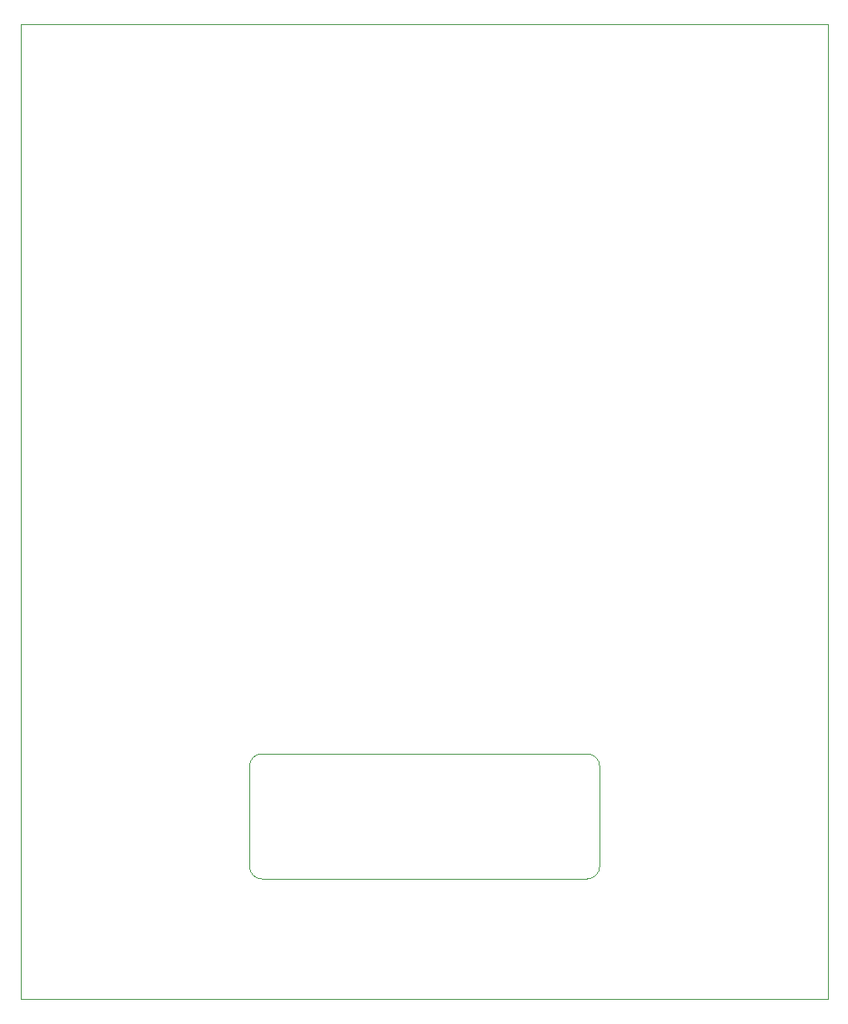
<source format=gm1>
%TF.GenerationSoftware,KiCad,Pcbnew,(6.0.5)*%
%TF.CreationDate,2022-07-09T16:35:03-07:00*%
%TF.ProjectId,solar-panel-side-X-plus,736f6c61-722d-4706-916e-656c2d736964,rev?*%
%TF.SameCoordinates,Original*%
%TF.FileFunction,Profile,NP*%
%FSLAX46Y46*%
G04 Gerber Fmt 4.6, Leading zero omitted, Abs format (unit mm)*
G04 Created by KiCad (PCBNEW (6.0.5)) date 2022-07-09 16:35:03*
%MOMM*%
%LPD*%
G01*
G04 APERTURE LIST*
%TA.AperFunction,Profile*%
%ADD10C,0.050000*%
%TD*%
G04 APERTURE END LIST*
D10*
X120650000Y-130810000D02*
X120650000Y-120650000D01*
X156210000Y-120650000D02*
X156210000Y-130810000D01*
X121920000Y-119380000D02*
X154940000Y-119380000D01*
X154940000Y-132080000D02*
X121920000Y-132080000D01*
X97400000Y-144310000D02*
X97400000Y-45310000D01*
X179400000Y-45310000D02*
X97400000Y-45310000D01*
X97400000Y-144310000D02*
X179400000Y-144310000D01*
X179400000Y-144310000D02*
X179400000Y-45310000D01*
X156210000Y-120650000D02*
G75*
G03*
X154940000Y-119380000I-1270000J0D01*
G01*
X120650000Y-130810000D02*
G75*
G03*
X121920000Y-132080000I1270000J0D01*
G01*
X121920000Y-119380000D02*
G75*
G03*
X120650000Y-120650000I0J-1270000D01*
G01*
X154940000Y-132080000D02*
G75*
G03*
X156210000Y-130810000I0J1270000D01*
G01*
M02*

</source>
